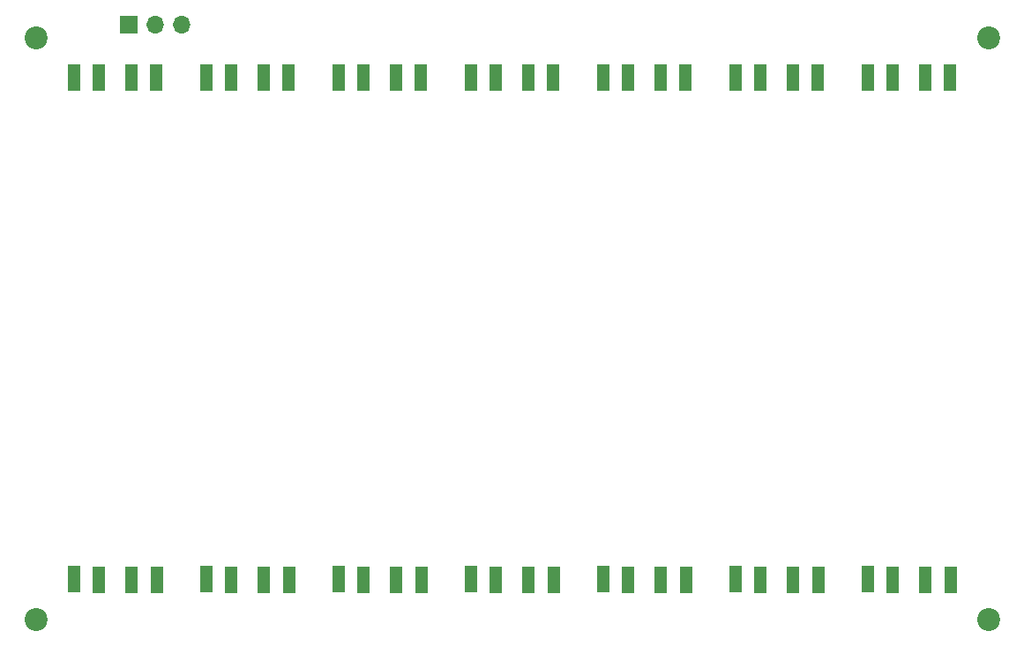
<source format=gbr>
%TF.GenerationSoftware,KiCad,Pcbnew,(6.0.1)*%
%TF.CreationDate,2022-07-14T17:05:26-04:00*%
%TF.ProjectId,Adafruit_NeoPixel_bar,41646166-7275-4697-945f-4e656f506978,rev?*%
%TF.SameCoordinates,Original*%
%TF.FileFunction,Soldermask,Bot*%
%TF.FilePolarity,Negative*%
%FSLAX46Y46*%
G04 Gerber Fmt 4.6, Leading zero omitted, Abs format (unit mm)*
G04 Created by KiCad (PCBNEW (6.0.1)) date 2022-07-14 17:05:26*
%MOMM*%
%LPD*%
G01*
G04 APERTURE LIST*
%ADD10R,1.270000X2.540000*%
%ADD11C,2.200000*%
%ADD12R,1.700000X1.700000*%
%ADD13O,1.700000X1.700000*%
G04 APERTURE END LIST*
D10*
%TO.C,U1*%
X54890000Y-118110000D03*
X54890000Y-69900000D03*
X51790000Y-69900000D03*
X51790000Y-118110000D03*
X49403000Y-69900000D03*
X49403000Y-118060000D03*
X57277000Y-69900000D03*
X57313000Y-118110000D03*
%TD*%
%TO.C,U2*%
X67590000Y-69900000D03*
X67590000Y-118110000D03*
X64490000Y-69900000D03*
X64490000Y-118110000D03*
X69977000Y-69900000D03*
X70013000Y-118110000D03*
X62103000Y-118060000D03*
X62103000Y-69900000D03*
%TD*%
D11*
%TO.C,H2*%
X137160000Y-121920000D03*
%TD*%
D10*
%TO.C,U7*%
X131090000Y-69900000D03*
X131090000Y-118110000D03*
X127990000Y-69900000D03*
X127990000Y-118110000D03*
X125603000Y-118060000D03*
X125603000Y-69900000D03*
X133513000Y-118110000D03*
X133477000Y-69900000D03*
%TD*%
D12*
%TO.C,J1*%
X54625000Y-64770000D03*
D13*
X57165000Y-64770000D03*
X59705000Y-64770000D03*
%TD*%
D11*
%TO.C,H3*%
X45720000Y-121920000D03*
%TD*%
%TO.C,H1*%
X137160000Y-66040000D03*
%TD*%
D10*
%TO.C,U6*%
X118390000Y-69900000D03*
X118390000Y-118110000D03*
X115290000Y-69900000D03*
X115290000Y-118110000D03*
X120777000Y-69900000D03*
X112903000Y-69900000D03*
X112903000Y-118060000D03*
X120813000Y-118110000D03*
%TD*%
%TO.C,U3*%
X80290000Y-69900000D03*
X80290000Y-118110000D03*
X77190000Y-69900000D03*
X77190000Y-118110000D03*
X82677000Y-69900000D03*
X74803000Y-118060000D03*
X74803000Y-69900000D03*
X82713000Y-118110000D03*
%TD*%
%TO.C,U4*%
X92990000Y-69900000D03*
X92990000Y-118110000D03*
X89890000Y-69900000D03*
X89890000Y-118110000D03*
X95413000Y-118110000D03*
X95377000Y-69900000D03*
X87503000Y-69900000D03*
X87503000Y-118060000D03*
%TD*%
%TO.C,U5*%
X105690000Y-69900000D03*
X105690000Y-118110000D03*
X102590000Y-69900000D03*
X102590000Y-118110000D03*
X100203000Y-69900000D03*
X108113000Y-118110000D03*
X108077000Y-69900000D03*
X100203000Y-118060000D03*
%TD*%
D11*
%TO.C,H4*%
X45720000Y-66040000D03*
%TD*%
M02*

</source>
